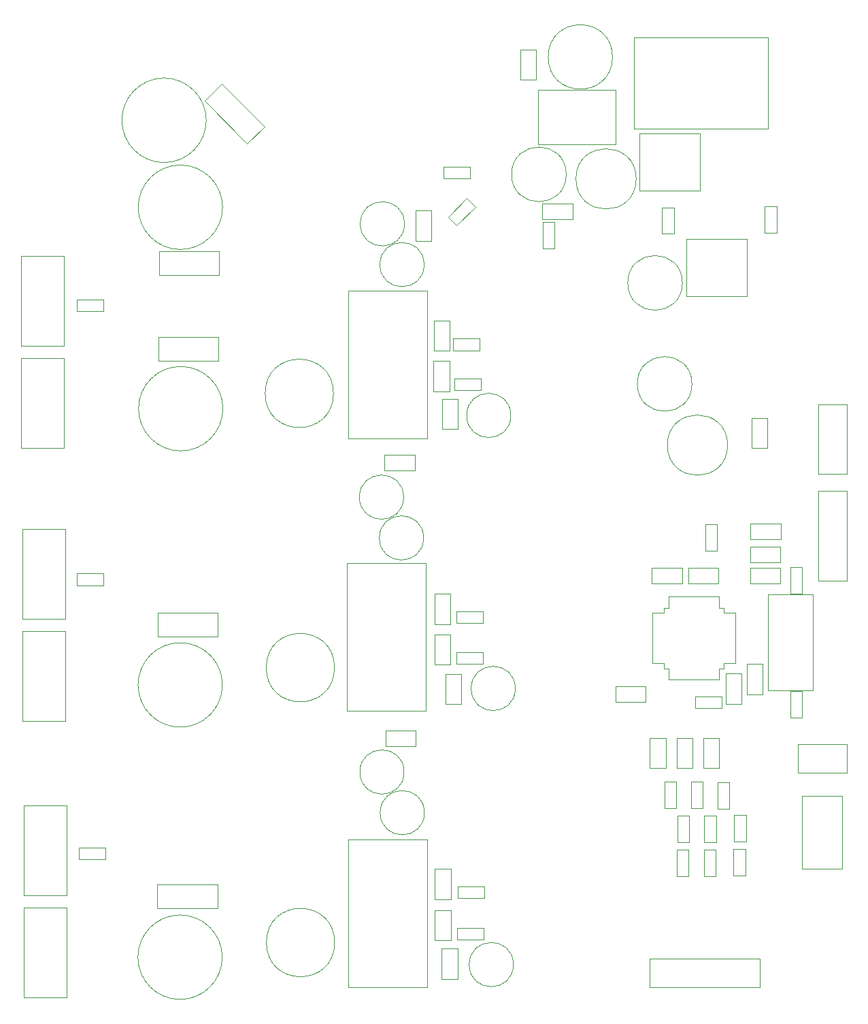
<source format=gbr>
%TF.GenerationSoftware,KiCad,Pcbnew,7.0.9*%
%TF.CreationDate,2024-01-15T08:13:50+05:30*%
%TF.ProjectId,controller_full6,636f6e74-726f-46c6-9c65-725f66756c6c,rev?*%
%TF.SameCoordinates,Original*%
%TF.FileFunction,Other,User*%
%FSLAX46Y46*%
G04 Gerber Fmt 4.6, Leading zero omitted, Abs format (unit mm)*
G04 Created by KiCad (PCBNEW 7.0.9) date 2024-01-15 08:13:50*
%MOMM*%
%LPD*%
G01*
G04 APERTURE LIST*
%ADD10C,0.050000*%
G04 APERTURE END LIST*
D10*
%TO.C,J2*%
X237700000Y-99600000D02*
X237700000Y-108250000D01*
X237700000Y-108250000D02*
X241300000Y-108250000D01*
X241300000Y-99600000D02*
X237700000Y-99600000D01*
X241300000Y-108250000D02*
X241300000Y-99600000D01*
%TO.C,R30*%
X218290000Y-78430000D02*
X218290000Y-75130000D01*
X219750000Y-78430000D02*
X218290000Y-78430000D01*
X218290000Y-75130000D02*
X219750000Y-75130000D01*
X219750000Y-75130000D02*
X219750000Y-78430000D01*
%TO.C,Y1*%
X231480000Y-135180000D02*
X237080000Y-135180000D01*
X237080000Y-135180000D02*
X237080000Y-123280000D01*
X231480000Y-123280000D02*
X231480000Y-135180000D01*
X237080000Y-123280000D02*
X231480000Y-123280000D01*
%TO.C,R32*%
X191647086Y-76350538D02*
X193980538Y-74017086D01*
X192679462Y-77382914D02*
X191647086Y-76350538D01*
X193980538Y-74017086D02*
X195012914Y-75049462D01*
X195012914Y-75049462D02*
X192679462Y-77382914D01*
%TO.C,C53*%
X163530000Y-168380000D02*
G75*
G03*
X163530000Y-168380000I-5250000J0D01*
G01*
%TO.C,J3*%
X235650000Y-148360000D02*
X235650000Y-157360000D01*
X235650000Y-157360000D02*
X240650000Y-157360000D01*
X240650000Y-148360000D02*
X235650000Y-148360000D01*
X240650000Y-157360000D02*
X240650000Y-148360000D01*
%TO.C,C47*%
X155470000Y-125550000D02*
X155470000Y-128550000D01*
X155470000Y-128550000D02*
X162970000Y-128550000D01*
X162970000Y-125550000D02*
X155470000Y-125550000D01*
X162970000Y-128550000D02*
X162970000Y-125550000D01*
%TO.C,C42*%
X203370000Y-74640000D02*
X207130000Y-74640000D01*
X203370000Y-76600000D02*
X203370000Y-74640000D01*
X207130000Y-74640000D02*
X207130000Y-76600000D01*
X207130000Y-76600000D02*
X203370000Y-76600000D01*
%TO.C,R28*%
X191080000Y-70090000D02*
X194380000Y-70090000D01*
X191080000Y-71550000D02*
X191080000Y-70090000D01*
X194380000Y-70090000D02*
X194380000Y-71550000D01*
X194380000Y-71550000D02*
X191080000Y-71550000D01*
%TO.C,C5*%
X191960000Y-162527500D02*
X191960000Y-166287500D01*
X190000000Y-162527500D02*
X191960000Y-162527500D01*
X191960000Y-166287500D02*
X190000000Y-166287500D01*
X190000000Y-166287500D02*
X190000000Y-162527500D01*
%TO.C,R10*%
X148950000Y-156205000D02*
X145650000Y-156205000D01*
X148950000Y-154745000D02*
X148950000Y-156205000D01*
X145650000Y-156205000D02*
X145650000Y-154745000D01*
X145650000Y-154745000D02*
X148950000Y-154745000D01*
%TO.C,C9*%
X177522556Y-166557444D02*
G75*
G03*
X177522556Y-166557444I-4250000J0D01*
G01*
%TO.C,C50*%
X155650000Y-80570000D02*
X155650000Y-83570000D01*
X155650000Y-83570000D02*
X163150000Y-83570000D01*
X163150000Y-80570000D02*
X155650000Y-80570000D01*
X163150000Y-83570000D02*
X163150000Y-80570000D01*
%TO.C,R26*%
X223530000Y-154060000D02*
X223530000Y-150760000D01*
X224990000Y-154060000D02*
X223530000Y-154060000D01*
X223530000Y-150760000D02*
X224990000Y-150760000D01*
X224990000Y-150760000D02*
X224990000Y-154060000D01*
%TO.C,R5*%
X221910000Y-149870000D02*
X221910000Y-146570000D01*
X223370000Y-149870000D02*
X221910000Y-149870000D01*
X221910000Y-146570000D02*
X223370000Y-146570000D01*
X223370000Y-146570000D02*
X223370000Y-149870000D01*
%TO.C,Q6*%
X138465000Y-92385000D02*
X138465000Y-81215000D01*
X143795000Y-92385000D02*
X138465000Y-92385000D01*
X138465000Y-81215000D02*
X143795000Y-81215000D01*
X143795000Y-81215000D02*
X143795000Y-92385000D01*
%TO.C,C25*%
X186210000Y-77180000D02*
G75*
G03*
X186210000Y-77180000I-2750000J0D01*
G01*
%TO.C,C31*%
X229260000Y-119970000D02*
X233020000Y-119970000D01*
X229260000Y-121930000D02*
X229260000Y-119970000D01*
X233020000Y-119970000D02*
X233020000Y-121930000D01*
X233020000Y-121930000D02*
X229260000Y-121930000D01*
%TO.C,C58*%
X190910000Y-102700000D02*
X190910000Y-98940000D01*
X192870000Y-102700000D02*
X190910000Y-102700000D01*
X190910000Y-98940000D02*
X192870000Y-98940000D01*
X192870000Y-98940000D02*
X192870000Y-102700000D01*
%TO.C,Q2*%
X138855000Y-160645000D02*
X138855000Y-149475000D01*
X144185000Y-160645000D02*
X138855000Y-160645000D01*
X138855000Y-149475000D02*
X144185000Y-149475000D01*
X144185000Y-149475000D02*
X144185000Y-160645000D01*
%TO.C,C3*%
X218720000Y-141100000D02*
X218720000Y-144860000D01*
X216760000Y-141100000D02*
X218720000Y-141100000D01*
X218720000Y-144860000D02*
X216760000Y-144860000D01*
X216760000Y-144860000D02*
X216760000Y-141100000D01*
%TO.C,C22*%
X191807444Y-89225056D02*
X191807444Y-92985056D01*
X189847444Y-89225056D02*
X191807444Y-89225056D01*
X191807444Y-92985056D02*
X189847444Y-92985056D01*
X189847444Y-92985056D02*
X189847444Y-89225056D01*
%TO.C,RV1*%
X215420000Y-73020000D02*
X223000000Y-73020000D01*
X215420000Y-73020000D02*
X215420000Y-65960000D01*
X223000000Y-65960000D02*
X223000000Y-73020000D01*
X223000000Y-65960000D02*
X215420000Y-65960000D01*
%TO.C,D11*%
X228620000Y-154962500D02*
X228620000Y-158262500D01*
X227160000Y-154962500D02*
X228620000Y-154962500D01*
X228620000Y-158262500D02*
X227160000Y-158262500D01*
X227160000Y-158262500D02*
X227160000Y-154962500D01*
%TO.C,C12*%
X183870000Y-140195000D02*
X187630000Y-140195000D01*
X183870000Y-142155000D02*
X183870000Y-140195000D01*
X187630000Y-140195000D02*
X187630000Y-142155000D01*
X187630000Y-142155000D02*
X183870000Y-142155000D01*
%TO.C,C17*%
X177500000Y-132370000D02*
G75*
G03*
X177500000Y-132370000I-4250000J0D01*
G01*
%TO.C,C7*%
X199762556Y-169297444D02*
G75*
G03*
X199762556Y-169297444I-2750000J0D01*
G01*
%TO.C,C21*%
X191800000Y-94250000D02*
X191800000Y-98010000D01*
X189840000Y-94250000D02*
X191800000Y-94250000D01*
X191800000Y-98010000D02*
X189840000Y-98010000D01*
X189840000Y-98010000D02*
X189840000Y-94250000D01*
%TO.C,C18*%
X186105113Y-111170000D02*
G75*
G03*
X186105113Y-111170000I-2750000J0D01*
G01*
%TO.C,R27*%
X220190000Y-154070000D02*
X220190000Y-150770000D01*
X221650000Y-154070000D02*
X220190000Y-154070000D01*
X220190000Y-150770000D02*
X221650000Y-150770000D01*
X221650000Y-150770000D02*
X221650000Y-154070000D01*
%TO.C,R12*%
X192682500Y-130470224D02*
X195982500Y-130470224D01*
X192682500Y-131930224D02*
X192682500Y-130470224D01*
X195982500Y-130470224D02*
X195982500Y-131930224D01*
X195982500Y-131930224D02*
X192682500Y-131930224D01*
%TO.C,J4*%
X241300000Y-141885000D02*
X235150000Y-141885000D01*
X235150000Y-141885000D02*
X235150000Y-145485000D01*
X241300000Y-145485000D02*
X241300000Y-141885000D01*
X235150000Y-145485000D02*
X241300000Y-145485000D01*
%TO.C,R13*%
X192682500Y-125390224D02*
X195982500Y-125390224D01*
X192682500Y-126850224D02*
X192682500Y-125390224D01*
X195982500Y-125390224D02*
X195982500Y-126850224D01*
X195982500Y-126850224D02*
X192682500Y-126850224D01*
%TO.C,L2*%
X215050000Y-71590000D02*
G75*
G03*
X215050000Y-71590000I-3750000J0D01*
G01*
%TO.C,R31*%
X232530000Y-75040000D02*
X232530000Y-78340000D01*
X231070000Y-75040000D02*
X232530000Y-75040000D01*
X232530000Y-78340000D02*
X231070000Y-78340000D01*
X231070000Y-78340000D02*
X231070000Y-75040000D01*
%TO.C,C28*%
X189580000Y-75545000D02*
X189580000Y-79305000D01*
X187620000Y-75545000D02*
X189580000Y-75545000D01*
X189580000Y-79305000D02*
X187620000Y-79305000D01*
X187620000Y-79305000D02*
X187620000Y-75545000D01*
%TO.C,Q5*%
X138475000Y-105081026D02*
X138475000Y-93911026D01*
X143805000Y-105081026D02*
X138475000Y-105081026D01*
X138475000Y-93911026D02*
X143805000Y-93911026D01*
X143805000Y-93911026D02*
X143805000Y-105081026D01*
%TO.C,R6*%
X218560000Y-149880000D02*
X218560000Y-146580000D01*
X220020000Y-149880000D02*
X218560000Y-149880000D01*
X218560000Y-146580000D02*
X220020000Y-146580000D01*
X220020000Y-146580000D02*
X220020000Y-149880000D01*
%TO.C,C10*%
X186160000Y-145350000D02*
G75*
G03*
X186160000Y-145350000I-2750000J0D01*
G01*
%TO.C,C55*%
X163570000Y-75120000D02*
G75*
G03*
X163570000Y-75120000I-5250000J0D01*
G01*
%TO.C,D10*%
X212475000Y-67315000D02*
X202825000Y-67315000D01*
X212475000Y-60565000D02*
X212475000Y-67315000D01*
X202825000Y-67315000D02*
X202825000Y-60565000D01*
X202825000Y-60565000D02*
X212475000Y-60565000D01*
%TO.C,L1*%
X226430000Y-104700000D02*
G75*
G03*
X226430000Y-104700000I-3750000J0D01*
G01*
%TO.C,C40*%
X212100000Y-56430000D02*
G75*
G03*
X212100000Y-56430000I-4000000J0D01*
G01*
%TO.C,Q4*%
X143965000Y-115165000D02*
X143965000Y-126335000D01*
X138635000Y-115165000D02*
X143965000Y-115165000D01*
X143965000Y-126335000D02*
X138635000Y-126335000D01*
X138635000Y-126335000D02*
X138635000Y-115165000D01*
%TO.C,C4*%
X221550000Y-119960000D02*
X225310000Y-119960000D01*
X221550000Y-121920000D02*
X221550000Y-119960000D01*
X225310000Y-119960000D02*
X225310000Y-121920000D01*
X225310000Y-121920000D02*
X221550000Y-121920000D01*
%TO.C,U1*%
X179252556Y-153757444D02*
X179252556Y-172107444D01*
X179252556Y-172107444D02*
X189052556Y-172107444D01*
X189052556Y-153757444D02*
X179252556Y-153757444D01*
X189052556Y-172107444D02*
X189052556Y-153757444D01*
%TO.C,J5*%
X241290000Y-121560000D02*
X241290000Y-110360000D01*
X241290000Y-110360000D02*
X237690000Y-110360000D01*
X237690000Y-121560000D02*
X241290000Y-121560000D01*
X237690000Y-110360000D02*
X237690000Y-121560000D01*
%TO.C,R4*%
X225160000Y-149910000D02*
X225160000Y-146610000D01*
X226620000Y-149910000D02*
X225160000Y-149910000D01*
X225160000Y-146610000D02*
X226620000Y-146610000D01*
X226620000Y-146610000D02*
X226620000Y-149910000D01*
%TO.C,C51*%
X163610000Y-100170000D02*
G75*
G03*
X163610000Y-100170000I-5250000J0D01*
G01*
%TO.C,C16*%
X188584888Y-116240000D02*
G75*
G03*
X188584888Y-116240000I-2750000J0D01*
G01*
%TO.C,C52*%
X163550000Y-134520000D02*
G75*
G03*
X163550000Y-134520000I-5250000J0D01*
G01*
%TO.C,R16*%
X192432500Y-96420000D02*
X195732500Y-96420000D01*
X192432500Y-97880000D02*
X192432500Y-96420000D01*
X195732500Y-96420000D02*
X195732500Y-97880000D01*
X195732500Y-97880000D02*
X192432500Y-97880000D01*
%TO.C,R8*%
X192805056Y-164717444D02*
X196105056Y-164717444D01*
X192805056Y-166177444D02*
X192805056Y-164717444D01*
X196105056Y-164717444D02*
X196105056Y-166177444D01*
X196105056Y-166177444D02*
X192805056Y-166177444D01*
%TO.C,D13*%
X224960000Y-154992500D02*
X224960000Y-158292500D01*
X223500000Y-154992500D02*
X224960000Y-154992500D01*
X224960000Y-158292500D02*
X223500000Y-158292500D01*
X223500000Y-158292500D02*
X223500000Y-154992500D01*
%TO.C,C1*%
X225400000Y-141130000D02*
X225400000Y-144890000D01*
X223440000Y-141130000D02*
X225400000Y-141130000D01*
X225400000Y-144890000D02*
X223440000Y-144890000D01*
X223440000Y-144890000D02*
X223440000Y-141130000D01*
%TO.C,U3*%
X179200000Y-85516250D02*
X179200000Y-103866250D01*
X179200000Y-103866250D02*
X189000000Y-103866250D01*
X189000000Y-85516250D02*
X179200000Y-85516250D01*
X189000000Y-103866250D02*
X189000000Y-85516250D01*
%TO.C,R20*%
X222410000Y-135940000D02*
X225710000Y-135940000D01*
X222410000Y-137400000D02*
X222410000Y-135940000D01*
X225710000Y-135940000D02*
X225710000Y-137400000D01*
X225710000Y-137400000D02*
X222410000Y-137400000D01*
%TO.C,R18*%
X148725000Y-88030000D02*
X145425000Y-88030000D01*
X148725000Y-86570000D02*
X148725000Y-88030000D01*
X145425000Y-88030000D02*
X145425000Y-86570000D01*
X145425000Y-86570000D02*
X148725000Y-86570000D01*
%TO.C,C11*%
X190852556Y-171057444D02*
X190852556Y-167297444D01*
X192812556Y-171057444D02*
X190852556Y-171057444D01*
X190852556Y-167297444D02*
X192812556Y-167297444D01*
X192812556Y-167297444D02*
X192812556Y-171057444D01*
%TO.C,R9*%
X192875056Y-159567444D02*
X196175056Y-159567444D01*
X192875056Y-161027444D02*
X192875056Y-159567444D01*
X196175056Y-159567444D02*
X196175056Y-161027444D01*
X196175056Y-161027444D02*
X192875056Y-161027444D01*
%TO.C,R7*%
X223660000Y-117842500D02*
X223660000Y-114542500D01*
X225120000Y-117842500D02*
X223660000Y-117842500D01*
X223660000Y-114542500D02*
X225120000Y-114542500D01*
X225120000Y-114542500D02*
X225120000Y-117842500D01*
%TO.C,C2*%
X222090000Y-141130000D02*
X222090000Y-144890000D01*
X220130000Y-141130000D02*
X222090000Y-141130000D01*
X222090000Y-144890000D02*
X220130000Y-144890000D01*
X220130000Y-144890000D02*
X220130000Y-141130000D01*
%TO.C,C41*%
X206342380Y-71030000D02*
G75*
G03*
X206342380Y-71030000I-3400000J0D01*
G01*
%TO.C,R25*%
X227260000Y-153990000D02*
X227260000Y-150690000D01*
X228720000Y-153990000D02*
X227260000Y-153990000D01*
X227260000Y-150690000D02*
X228720000Y-150690000D01*
X228720000Y-150690000D02*
X228720000Y-153990000D01*
%TO.C,C45*%
X221990000Y-97090000D02*
G75*
G03*
X221990000Y-97090000I-3400000J0D01*
G01*
%TO.C,J1*%
X216710000Y-172140000D02*
X230460000Y-172140000D01*
X230460000Y-172140000D02*
X230460000Y-168540000D01*
X216710000Y-168540000D02*
X216710000Y-172140000D01*
X230460000Y-168540000D02*
X216710000Y-168540000D01*
%TO.C,C34*%
X212490000Y-134700000D02*
X216250000Y-134700000D01*
X212490000Y-136660000D02*
X212490000Y-134700000D01*
X216250000Y-134700000D02*
X216250000Y-136660000D01*
X216250000Y-136660000D02*
X212490000Y-136660000D01*
%TO.C,U2*%
X188850000Y-137705000D02*
X188850000Y-119355000D01*
X188850000Y-119355000D02*
X179050000Y-119355000D01*
X179050000Y-137705000D02*
X188850000Y-137705000D01*
X179050000Y-119355000D02*
X179050000Y-137705000D01*
%TO.C,C8*%
X188684888Y-150410000D02*
G75*
G03*
X188684888Y-150410000I-2750000J0D01*
G01*
%TO.C,C13*%
X191907444Y-128262780D02*
X191907444Y-132022780D01*
X189947444Y-128262780D02*
X191907444Y-128262780D01*
X191907444Y-132022780D02*
X189947444Y-132022780D01*
X189947444Y-132022780D02*
X189947444Y-128262780D01*
%TO.C,C19*%
X191330000Y-136910000D02*
X191330000Y-133150000D01*
X193290000Y-136910000D02*
X191330000Y-136910000D01*
X191330000Y-133150000D02*
X193290000Y-133150000D01*
X193290000Y-133150000D02*
X193290000Y-136910000D01*
%TO.C,RV2*%
X228840000Y-79077500D02*
X221260000Y-79077500D01*
X228840000Y-79077500D02*
X228840000Y-86137500D01*
X221260000Y-86137500D02*
X221260000Y-79077500D01*
X221260000Y-86137500D02*
X228840000Y-86137500D01*
%TO.C,R29*%
X204910000Y-76990000D02*
X204910000Y-80290000D01*
X203450000Y-76990000D02*
X204910000Y-76990000D01*
X204910000Y-80290000D02*
X203450000Y-80290000D01*
X203450000Y-80290000D02*
X203450000Y-76990000D01*
%TO.C,C20*%
X183720000Y-105920000D02*
X187480000Y-105920000D01*
X183720000Y-107880000D02*
X183720000Y-105920000D01*
X187480000Y-105920000D02*
X187480000Y-107880000D01*
X187480000Y-107880000D02*
X183720000Y-107880000D01*
%TO.C,C6*%
X190000000Y-161160000D02*
X190000000Y-157400000D01*
X191960000Y-161160000D02*
X190000000Y-161160000D01*
X190000000Y-157400000D02*
X191960000Y-157400000D01*
X191960000Y-157400000D02*
X191960000Y-161160000D01*
%TO.C,C32*%
X228180000Y-133120000D02*
X228180000Y-136880000D01*
X226220000Y-133120000D02*
X228180000Y-133120000D01*
X228180000Y-136880000D02*
X226220000Y-136880000D01*
X226220000Y-136880000D02*
X226220000Y-133120000D01*
%TO.C,Q1*%
X138855000Y-173345000D02*
X138855000Y-162175000D01*
X144185000Y-173345000D02*
X138855000Y-173345000D01*
X138855000Y-162175000D02*
X144185000Y-162175000D01*
X144185000Y-162175000D02*
X144185000Y-173345000D01*
%TO.C,C35*%
X228810000Y-135700000D02*
X228810000Y-131940000D01*
X230770000Y-135700000D02*
X228810000Y-135700000D01*
X228810000Y-131940000D02*
X230770000Y-131940000D01*
X230770000Y-131940000D02*
X230770000Y-135700000D01*
%TO.C,C36*%
X229290000Y-114470000D02*
X233050000Y-114470000D01*
X229290000Y-116430000D02*
X229290000Y-114470000D01*
X233050000Y-114470000D02*
X233050000Y-116430000D01*
X233050000Y-116430000D02*
X229290000Y-116430000D01*
%TO.C,U5*%
X214765000Y-54020000D02*
X214765000Y-65320000D01*
X214765000Y-65320000D02*
X231415000Y-65320000D01*
X231415000Y-54020000D02*
X214765000Y-54020000D01*
X231415000Y-65320000D02*
X231415000Y-54020000D01*
%TO.C,C29*%
X235720000Y-135292500D02*
X235720000Y-138592500D01*
X234260000Y-135292500D02*
X235720000Y-135292500D01*
X235720000Y-138592500D02*
X234260000Y-138592500D01*
X234260000Y-138592500D02*
X234260000Y-135292500D01*
%TO.C,C27*%
X188654888Y-82250000D02*
G75*
G03*
X188654888Y-82250000I-2750000J0D01*
G01*
%TO.C,R15*%
X148725000Y-122130000D02*
X145425000Y-122130000D01*
X148725000Y-120670000D02*
X148725000Y-122130000D01*
X145425000Y-122130000D02*
X145425000Y-120670000D01*
X145425000Y-120670000D02*
X148725000Y-120670000D01*
%TO.C,C37*%
X231350000Y-101330000D02*
X231350000Y-105090000D01*
X229390000Y-101330000D02*
X231350000Y-101330000D01*
X231350000Y-105090000D02*
X229390000Y-105090000D01*
X229390000Y-105090000D02*
X229390000Y-101330000D01*
%TO.C,D12*%
X221580000Y-155000000D02*
X221580000Y-158300000D01*
X220120000Y-155000000D02*
X221580000Y-155000000D01*
X221580000Y-158300000D02*
X220120000Y-158300000D01*
X220120000Y-158300000D02*
X220120000Y-155000000D01*
%TO.C,C30*%
X234230000Y-123180000D02*
X234230000Y-119880000D01*
X235690000Y-123180000D02*
X234230000Y-123180000D01*
X234230000Y-119880000D02*
X235690000Y-119880000D01*
X235690000Y-119880000D02*
X235690000Y-123180000D01*
%TO.C,Q3*%
X144015000Y-127855000D02*
X144015000Y-139025000D01*
X138685000Y-127855000D02*
X144015000Y-127855000D01*
X144015000Y-139025000D02*
X138685000Y-139025000D01*
X138685000Y-139025000D02*
X138685000Y-127855000D01*
%TO.C,C46*%
X155560000Y-91220000D02*
X155560000Y-94220000D01*
X155560000Y-94220000D02*
X163060000Y-94220000D01*
X163060000Y-91220000D02*
X155560000Y-91220000D01*
X163060000Y-94220000D02*
X163060000Y-91220000D01*
%TO.C,C33*%
X220750000Y-121910000D02*
X216990000Y-121910000D01*
X220750000Y-119950000D02*
X220750000Y-121910000D01*
X216990000Y-121910000D02*
X216990000Y-119950000D01*
X216990000Y-119950000D02*
X220750000Y-119950000D01*
%TO.C,C14*%
X191887444Y-123192780D02*
X191887444Y-126952780D01*
X189927444Y-123192780D02*
X191887444Y-123192780D01*
X191887444Y-126952780D02*
X189927444Y-126952780D01*
X189927444Y-126952780D02*
X189927444Y-123192780D01*
%TO.C,U4*%
X227370000Y-131850000D02*
X227370000Y-128700000D01*
X227370000Y-125550000D02*
X227370000Y-128700000D01*
X225970000Y-132450000D02*
X225970000Y-131850000D01*
X225970000Y-131850000D02*
X227370000Y-131850000D01*
X225970000Y-125550000D02*
X227370000Y-125550000D01*
X225970000Y-124950000D02*
X225970000Y-125550000D01*
X225370000Y-133850000D02*
X225370000Y-132450000D01*
X225370000Y-132450000D02*
X225970000Y-132450000D01*
X225370000Y-124950000D02*
X225970000Y-124950000D01*
X225370000Y-123550000D02*
X225370000Y-124950000D01*
X222220000Y-133850000D02*
X225370000Y-133850000D01*
X222220000Y-133850000D02*
X219070000Y-133850000D01*
X222220000Y-123550000D02*
X225370000Y-123550000D01*
X222220000Y-123550000D02*
X219070000Y-123550000D01*
X219070000Y-133850000D02*
X219070000Y-132450000D01*
X219070000Y-132450000D02*
X218470000Y-132450000D01*
X219070000Y-124950000D02*
X218470000Y-124950000D01*
X219070000Y-123550000D02*
X219070000Y-124950000D01*
X218470000Y-132450000D02*
X218470000Y-131850000D01*
X218470000Y-131850000D02*
X217070000Y-131850000D01*
X218470000Y-125550000D02*
X217070000Y-125550000D01*
X218470000Y-124950000D02*
X218470000Y-125550000D01*
X217070000Y-131850000D02*
X217070000Y-128700000D01*
X217070000Y-125550000D02*
X217070000Y-128700000D01*
%TO.C,C24*%
X177370000Y-98266250D02*
G75*
G03*
X177370000Y-98266250I-4250000J0D01*
G01*
%TO.C,C15*%
X200010000Y-134960224D02*
G75*
G03*
X200010000Y-134960224I-2750000J0D01*
G01*
%TO.C,C39*%
X202620000Y-55530000D02*
X202620000Y-59290000D01*
X200660000Y-55530000D02*
X202620000Y-55530000D01*
X202620000Y-59290000D02*
X200660000Y-59290000D01*
X200660000Y-59290000D02*
X200660000Y-55530000D01*
%TO.C,C38*%
X229260000Y-117330000D02*
X233020000Y-117330000D01*
X229260000Y-119290000D02*
X229260000Y-117330000D01*
X233020000Y-117330000D02*
X233020000Y-119290000D01*
X233020000Y-119290000D02*
X229260000Y-119290000D01*
%TO.C,C44*%
X220802502Y-84527500D02*
G75*
G03*
X220802502Y-84527500I-3400000J0D01*
G01*
%TO.C,C23*%
X199450000Y-101006250D02*
G75*
G03*
X199450000Y-101006250I-2750000J0D01*
G01*
%TO.C,C49*%
X163459010Y-59797689D02*
X161337689Y-61919010D01*
X161337689Y-61919010D02*
X166640990Y-67222311D01*
X168762311Y-65100990D02*
X163459010Y-59797689D01*
X166640990Y-67222311D02*
X168762311Y-65100990D01*
%TO.C,C48*%
X155460000Y-159330000D02*
X155460000Y-162330000D01*
X155460000Y-162330000D02*
X162960000Y-162330000D01*
X162960000Y-159330000D02*
X155460000Y-159330000D01*
X162960000Y-162330000D02*
X162960000Y-159330000D01*
%TO.C,R17*%
X192292500Y-91450000D02*
X195592500Y-91450000D01*
X192292500Y-92910000D02*
X192292500Y-91450000D01*
X195592500Y-91450000D02*
X195592500Y-92910000D01*
X195592500Y-92910000D02*
X192292500Y-92910000D01*
%TO.C,C54*%
X161537436Y-64307437D02*
G75*
G03*
X161537436Y-64307437I-5249999J0D01*
G01*
%TD*%
M02*

</source>
